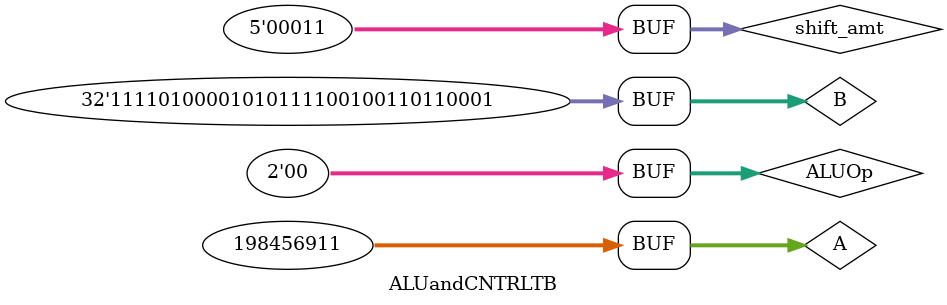
<source format=v>
module ALU_CNTRL(op,ALUOp,func);

input wire[5:0] func;
input wire[1:0] ALUOp;
output reg[3:0] op;//output

always@(ALUOp or func)
begin

	case(ALUOp)
/*sw,lw */	2'b00 : begin
		         op<=4'b0010;
		end

/*beq*/		2'b01 : begin
		         op<=4'b0110;
		end

/*RType*/	2'b10 : begin
        	        case(func)
		        32 : begin  op<=4'b0010; end //add
		        36 : begin  op<=4'b0000; end //and
		        34 : begin  op<=4'b0110; end //sub
		        0  : begin  op<=4'b0100; end //sll
		        2  : begin  op<=4'b0101; end //srl
		        37  : begin  op<=4'b0001; end //or
			default : begin op=4'bxxxx; end
		        endcase
			end	

		default : begin
			   op<=4'bxxxx;
		end
	endcase
end
endmodule



/*********ALU CONTROL TESTBENCH**********/

module AluCntrlTB ;

reg[5:0] func;
reg[1:0] ALUOp;
wire[3:0] op ;

ALU_CNTRL a1(op,ALUOp,func);

initial
begin

$monitor("%b  %b  %d",ALUOp,op,func);
#2
ALUOp = 2'b00;
#2
ALUOp = 2'b01;
#2
ALUOp = 2'b10;
func = 0;
#2
ALUOp=2'b10;
func = 2; 
end

endmodule


/*********ALU MODULE**********/


module ALU(A,B,op,shift_amt,result,zeroflag);
	
input wire[31:0] A;
input wire[31:0] B;
input wire[3:0] op;
input wire[4:0] shift_amt;
output integer result;
output wire zeroflag;
always @(A or B or op or shift_amt) begin
		case(op)
			4'b0010: begin
				result <= $signed(A) + $signed(B);
				//if((A[31] == B[31]) && (A[31] != result[31])) overflow <= 1;
				//else overflow <= 0;
			end
			4'b0110: begin
				result <= $signed(A) - $signed(B);
				//if((A[31] == B[31]) && (A[31] != result[31])) overflow <= 1;
				//else overflow <= 0;
			end
			4'b0000: begin
				result <= A & B;
				//overflow <= 0;
			end
			4'b0001: begin
				result <= A | B;
				//overflow <= 0;
			end
			4'b0100: begin
				result <= B << shift_amt;
				//overflow <= 0;
			end
			4'b0101: begin
				result <= B >> shift_amt;
				//overflow <= 0;
			end
			/*6: begin
				result <= $signed(A) >>> shift_amt;
				overflow <= 0;
			end
			7: begin
				result <= $signed(A)>$signed(B);
				overflow <= 0;
			end
			8: begin
				result <= $signed(A)<$signed(B);
				overflow <= 0;
			end*/
			default: begin
				result <= 32'bxxxx_xxxx_xxxx_xxxx_xxxx_xxxx_xxxx_xxxx;
				//overflow <= 1'bx;
			end
		endcase
	end
assign zeroflag = (result==0)?1'b 1:1'b 0;
endmodule

/*********ALU ONLY TESTBENCH**********/

module test_ALU;

	integer  A,B;
	reg [3:0] op;
	reg [4:0] shift_amt;
	wire zeroflag;
	wire[31:0] result;
	ALU A1(A,B,op,shift_amt,result,zeroflag);

	initial begin
		A = 198456911;
		B = -198456911;
//		B = 198456910;
		op=2;
		shift_amt=3;
		$monitor ("op: %d \nA: %b \nB: %b \nResult: %b  %d \n" ,op,A,B,result,$signed(result));
	end

endmodule 


/*********ALU + ALU CONTROL TESTBENCH**********/

module ALUandCNTRLTB ;

wire[3:0]op;
reg[5:0] func;
reg[1:0] ALUOp;

wire[31:0]result;
integer A,B;
reg[4:0]shift_amt;
wire zeroflag;

ALU_CNTRL alucntrl1(op,ALUOp,func);
ALU alu1(A,B,op,shift_amt,result,zeroflag);

initial
begin
$monitor ("op: %b \nA: %b \nB: %b \nResult: %b  %d \nZero: %d \n" ,op,A,B,result,$signed(result),zeroflag);
#2
A = 198456911;
B = -198456911;
//	B = 198456910;
shift_amt=3;
ALUOp = 2'b00;
//      func = 32;

end
endmodule
</source>
